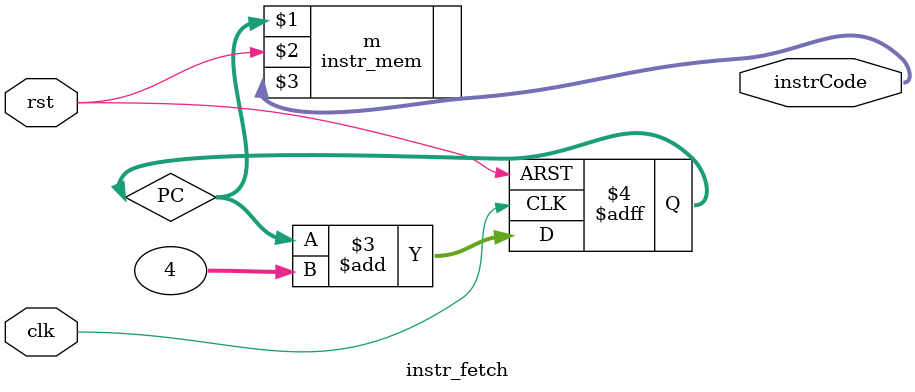
<source format=v>
`timescale 1ns / 1ps


module instr_fetch(
input clk,rst,
output [31:0] instrCode
);
reg [31:0] PC;

instr_mem m(PC,rst,instrCode);

always @(posedge clk,negedge rst)
begin
    if(!rst)
        PC <= 0;
    else
        PC <= PC + 32'd4;

end

endmodule

</source>
